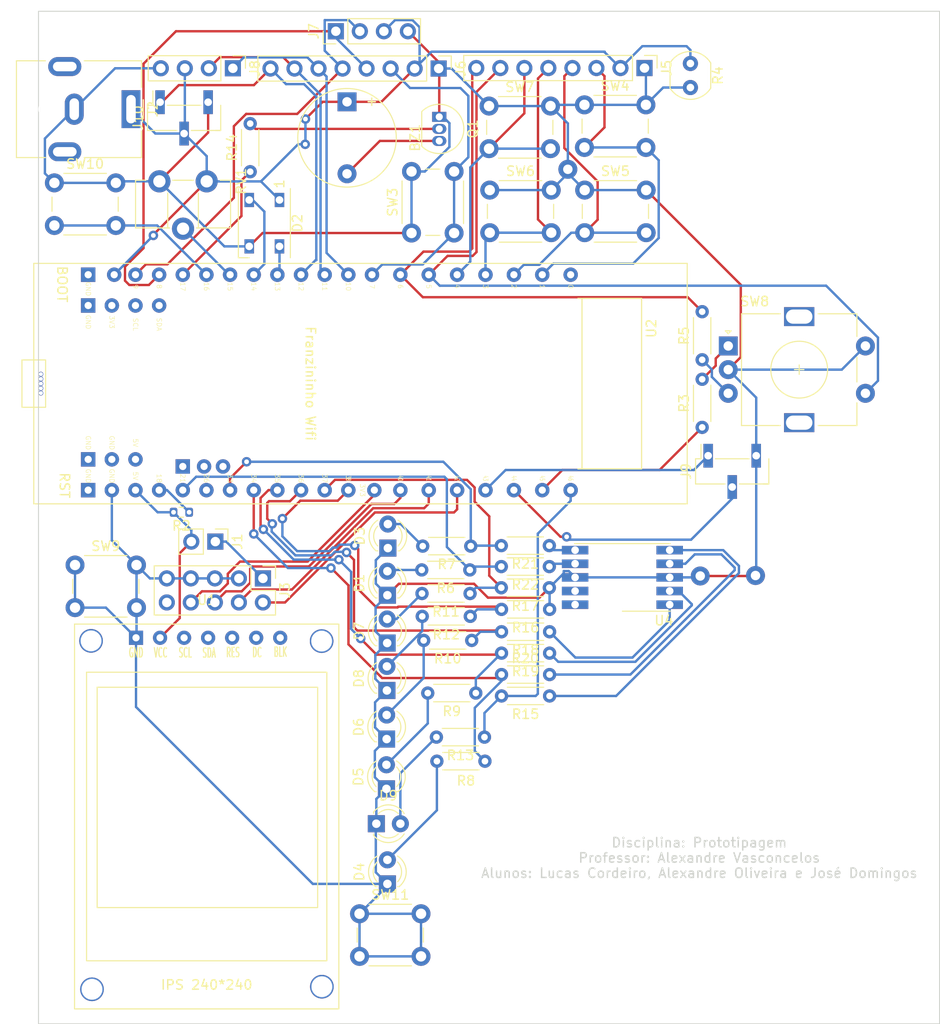
<source format=kicad_pcb>
(kicad_pcb (version 20211014) (generator pcbnew)
  (title_block (title "Kid Didático Franzininho ESP grupo 5") (company "Disciplina: Prototipagem") (comment 1 "Professor: Alexandre Vasconcelos") (comment 2 "Alunos: Lucas Cordeiro, Alexandre Oliveira e José Domingo"))
  (layers (0 "F.Cu" signal) (31 "B.Cu" signal) (34 "B.Paste" user) (35 "F.Paste" user) (36 "B.SilkS" user "B.Silkscreen") (37 "F.SilkS" user "F.Silkscreen") (38 "B.Mask" user) (39 "F.Mask" user) (44 "Edge.Cuts" user))
  (net 0 "")
  (net 1 "VCC")
  (net 2 "Net-(BZ1-Pad2)")
  (net 3 "GND")
  (net 4 "Net-(D1-Pad2)")
  (net 5 "GPIO14")
  (net 6 "GPIO13")
  (net 7 "Net-(D3-Pad2)")
  (net 8 "Net-(D4-Pad2)")
  (net 9 "Net-(D5-Pad2)")
  (net 10 "Net-(D6-Pad2)")
  (net 11 "Net-(D7-Pad2)")
  (net 12 "Net-(D8-Pad2)")
  (net 13 "Net-(D9-Pad2)")
  (net 14 "Net-(J1-Pad2)")
  (net 15 "GPIO42")
  (net 16 "GPIO41")
  (net 17 "GPIO40")
  (net 18 "GPIO39")
  (net 20 "GPIO1")
  (net 21 "GPIO2")
  (net 22 "GPIO3")
  (net 23 "GPIO4")
  (net 24 "GPIO5")
  (net 25 "GPIO6")
  (net 26 "GPIO7")
  (net 27 "GPIO8")
  (net 28 "GPIO9")
  (net 29 "GPIO10")
  (net 30 "GPIO11")
  (net 31 "GPIO12")
  (net 32 "GPIO43")
  (net 33 "GPIO44")
  (net 34 "Net-(Q1-Pad2)")
  (net 35 "GPIO18")
  (net 36 "Net-(R3-Pad2)")
  (net 37 "Net-(R5-Pad1)")
  (net 38 "GPIO21")
  (net 39 "GPIO33")
  (net 40 "GPIO34")
  (net 41 "GPIO35")
  (net 42 "GPIO36")
  (net 43 "GPIO37")
  (net 44 "GPIO38")
  (net 45 "GPIO46")
  (net 46 "GPIO17")
  (net 47 "Net-(R15-Pad1)")
  (net 48 "Net-(R18-Pad1)")
  (net 49 "Net-(R19-Pad1)")
  (net 50 "Net-(R20-Pad1)")
  (net 51 "Net-(R21-Pad1)")
  (net 52 "Net-(R22-Pad1)")
  (net 53 "GPIO15")
  (net 54 "GPIO0")
  (net 55 "GPIO16")
  (net 56 "GPIO45")
  (net 57 "Net-(R16-Pad1)")
  (net 58 "Net-(R17-Pad1)")
  (footprint "Connector_BarrelJack:BarrelJack_CUI_PJ-063AH_Horizontal" (layer "F.Cu") (at 105.2204 44.9202 -90)
    (fp_text reference "J2")
    (fp_text value "Jack-DC")
  )
  (footprint "LED_THT:LED_D3.0mm_IRBlack" (layer "F.Cu") (at 132.3222 126.7386 90)
    (fp_text reference "D4")
    (fp_text value "SFH4356P")
  )
  (footprint "Button_Switch_THT:SW_PUSH_6mm" (layer "F.Cu") (at 97.119 52.7032)
    (fp_text reference "SW10")
    (fp_text value "SW_Push")
  )
  (footprint "Resistor_THT:R_Axial_DIN0204_L3.6mm_D1.6mm_P5.08mm_Horizontal" (layer "F.Cu") (at 149.4418 95.4612 180)
    (fp_text reference "R17")
    (fp_text value "R")
  )
  (footprint "LED_THT:LED_D3.0mm_IRBlack" (layer "F.Cu") (at 132.246 111.4428 90)
    (fp_text reference "D6")
    (fp_text value "SFH4356P")
  )
  (footprint "Potentiometer_THT:Potentiometer_ACP_CA9-H5_Horizontal" (layer "F.Cu") (at 113.2214 52.5402 -90)
    (fp_text reference "RV1")
    (fp_text value "R_Potentiometer_Trim")
  )
  (footprint "Connector_PinHeader_2.54mm:PinHeader_1x04_P2.54mm_Vertical" (layer "F.Cu") (at 126.8712 36.6906 90)
    (fp_text reference "J7")
    (fp_text value "Conn_01x04")
  )
  (footprint "Resistor_THT:R_Axial_DIN0204_L3.6mm_D1.6mm_P5.08mm_Horizontal" (layer "F.Cu") (at 149.4672 97.7472 180)
    (fp_text reference "R16")
    (fp_text value "R")
  )
  (footprint "Resistor_THT:R_Axial_DIN0204_L3.6mm_D1.6mm_P5.08mm_Horizontal" (layer "F.Cu") (at 149.4672 106.8912 180)
    (fp_text reference "R15")
    (fp_text value "R")
  )
  (footprint "Resistor_THT:R_Axial_DIN0204_L3.6mm_D1.6mm_P5.08mm_Horizontal" (layer "F.Cu") (at 165.5962 71.387 90)
    (fp_text reference "R5")
    (fp_text value "5K")
  )
  (footprint "Resistor_THT:R_Axial_DIN0204_L3.6mm_D1.6mm_P5.08mm_Horizontal" (layer "F.Cu") (at 141.0852 98.4838 180)
    (fp_text reference "R12")
    (fp_text value "1K")
  )
  (footprint "Connector_PinHeader_2.54mm:PinHeader_2x05_P2.54mm_Vertical" (layer "F.Cu") (at 119.165 94.4756 -90)
    (fp_text reference "J3")
    (fp_text value "Conn_02x05_Odd_Even")
  )
  (footprint "Button_Switch_THT:SW_PUSH_6mm" (layer "F.Cu") (at 143.1438 53.4652)
    (fp_text reference "SW6")
    (fp_text value "SW_Push")
  )
  (footprint "Button_Switch_THT:SW_PUSH_6mm" (layer "F.Cu") (at 99.3034 93.0638)
    (fp_text reference "SW9")
    (fp_text value "SW_MEC_5G")
  )
  (footprint "LED_THT:LED_D3.0mm_IRBlack" (layer "F.Cu") (at 132.2714 106.312 90)
    (fp_text reference "D8")
    (fp_text value "SFH4356P")
  )
  (footprint "LED_THT:LED_D3.0mm_IRBlack" (layer "F.Cu") (at 132.2206 116.7006 90)
    (fp_text reference "D5")
    (fp_text value "SFH4356P")
  )
  (footprint "LED_THT:LED_D3.0mm_IRBlack" (layer "F.Cu") (at 132.2993 101.3032 90)
    (fp_text reference "D7")
    (fp_text value "SFH4356P")
  )
  (footprint "Resistor_THT:R_Axial_DIN0204_L3.6mm_D1.6mm_P5.08mm_Horizontal" (layer "F.Cu") (at 142.6346 113.7796 180)
    (fp_text reference "R8")
    (fp_text value "1K")
  )
  (footprint "Resistor_THT:R_Axial_DIN0204_L3.6mm_D1.6mm_P5.08mm_Horizontal" (layer "F.Cu") (at 141.0598 96.0708 180)
    (fp_text reference "R11")
    (fp_text value "1K")
  )
  (footprint "Connector_PinHeader_2.54mm:PinHeader_1x08_P2.54mm_Vertical" (layer "F.Cu") (at 159.5002 40.5768 -90)
    (fp_text reference "J5")
    (fp_text value "Conn_01x08_Male")
  )
  (footprint "Buzzer_Beeper:Buzzer_12x9.5RM7.6" (layer "F.Cu") (at 128.055 44.1428 -90)
    (fp_text reference "BZ1")
    (fp_text value "Buzzer")
  )
  (footprint "Resistor_THT:R_Axial_DIN0204_L3.6mm_D1.6mm_P5.08mm_Horizontal" (layer "F.Cu") (at 141.136 91.067 180)
    (fp_text reference "R7")
    (fp_text value "1K")
  )
  (footprint "Button_Switch_THT:SW_PUSH_6mm" (layer "F.Cu") (at 153.1768 53.4652)
    (fp_text reference "SW5")
    (fp_text value "SW_Push")
  )
  (footprint "projetoPrototipagem:Display 240x240" (layer "F.Cu") (at 113.2214 94.2216)
    (fp_text reference "U1")
    (fp_text value "Display_240x240IPS")
  )
  (footprint "LED_SMD:LED_WS2812B_PLCC4_5.0x5.0mm_P3.2mm" (layer "F.Cu") (at 119.3174 56.9598 -90)
    (fp_text reference "D2")
    (fp_text value "WS2812B")
  )
  (footprint "Connector_PinHeader_2.54mm:PinHeader_1x03_P2.54mm_Vertical_SMD_Pin1Right" (layer "F.Cu") (at 110.8338 45.8386 90)
    (fp_text reference "J10")
    (fp_text value "Conn_01x03")
  )
  (footprint "Package_TO_SOT_THT:TO-92_Inline" (layer "F.Cu") (at 137.8042 45.733 -90)
    (fp_text reference "Q1")
    (fp_text value "2N3904")
  )
  (footprint "Resistor_THT:R_Axial_DIN0204_L3.6mm_D1.6mm_P5.08mm_Horizontal" (layer "F.Cu") (at 141.0344 93.5816 180)
    (fp_text reference "R6")
    (fp_text value "1K")
  )
  (footprint "Resistor_SMD:R_0603_1608Metric" (layer "F.Cu") (at 110.5422 87.4906 180)
    (fp_text reference "R2")
    (fp_text value "10k")
  )
  (footprint "Resistor_THT:R_Axial_DIN0204_L3.6mm_D1.6mm_P5.08mm_Horizontal" (layer "F.Cu") (at 117.8188 51.5242 90)
    (fp_text reference "R14")
    (fp_text value "10K")
  )
  (footprint "Resistor_THT:R_Axial_DIN0204_L3.6mm_D1.6mm_P5.08mm_Horizontal" (layer "F.Cu") (at 149.4672 100.1094 180)
    (fp_text reference "R18")
    (fp_text value "R")
  )
  (footprint "Display_7Segment:KCSC02-106" (layer "F.Cu") (at 157.1634 94.369 180)
    (fp_text reference "U4")
    (fp_text value "KCSC02-106")
  )
  (footprint "Rotary_Encoder:RotaryEncoder_Alps_EC11E-Switch_Vertical_H20mm" (layer "F.Cu") (at 168.3538 69.9284)
    (fp_text reference "SW8")
    (fp_text value "RotaryEncoder_Switch")
  )
  (footprint "Resistor_THT:R_Axial_DIN0204_L3.6mm_D1.6mm_P5.08mm_Horizontal" (layer "F.Cu") (at 149.4418 93.226 180)
    (fp_text reference "R22")
    (fp_text value "R")
  )
  (footprint "Resistor_THT:R_Axial_DIN0204_L3.6mm_D1.6mm_P5.08mm_Horizontal" (layer "F.Cu") (at 149.4672 104.6306 180)
    (fp_text reference "R20")
    (fp_text value "R")
  )
  (footprint "Connector_PinHeader_2.54mm:PinHeader_1x03_P2.54mm_Vertical_SMD_Pin1Right" (layer "F.Cu") (at 168.7712 83.1726 90)
    (fp_text reference "J9")
    (fp_text value "Conn_01x03")
  )
  (footprint "franz:FRANZININHO" (layer "F.Cu") (at 143.6938 73.9038 -90)
    (fp_text reference "U2")
    (fp_text value "ESP32-S2-WROOM")
  )
  (footprint "Resistor_THT:R_Axial_DIN0204_L3.6mm_D1.6mm_P5.08mm_Horizontal" (layer "F.Cu") (at 142.5838 111.2396 180)
    (fp_text reference "R13")
    (fp_text value "1K")
  )
  (footprint "Resistor_THT:R_Axial_DIN0204_L3.6mm_D1.6mm_P5.08mm_Horizontal" (layer "F.Cu") (at 165.5962 78.5244 90)
    (fp_text reference "R3")
    (fp_text value "5K")
  )
  (footprint "Button_Switch_THT:SW_PUSH_6mm" (layer "F.Cu") (at 129.377 129.8938)
    (fp_text reference "SW11")
    (fp_text value "SW_MEC_5G")
  )
  (footprint "Resistor_THT:R_Axial_DIN0204_L3.6mm_D1.6mm_P5.08mm_Horizontal" (layer "F.Cu") (at 149.4418 91.0162 180)
    (fp_text reference "R21")
    (fp_text value "R")
  )
  (footprint "Resistor_THT:R_Axial_DIN0204_L3.6mm_D1.6mm_P5.08mm_Horizontal" (layer "F.Cu") (at 149.4672 102.37 180)
    (fp_text reference "R19")
    (fp_text value "R")
  )
  (footprint "Resistor_THT:R_Axial_DIN0204_L3.6mm_D1.6mm_P5.08mm_Horizontal" (layer "F.Cu") (at 141.6694 106.5864 180)
    (fp_text reference "R9")
    (fp_text value "1K")
  )
  (footprint "Connector_PinHeader_2.54mm:PinHeader_1x08_P2.54mm_Vertical" (layer "F.Cu") (at 137.7428 40.6276 -90)
    (fp_text reference "J6")
    (fp_text value "Conn_01x08_Male")
  )
  (footprint "Connector_PinHeader_2.54mm:PinHeader_1x02_P2.54mm_Vertical" (layer "F.Cu") (at 114.1358 90.5894 -90)
    (fp_text reference "J1")
    (fp_text value "Conn_01x02")
  )
  (footprint "Button_Switch_THT:SW_PUSH_6mm" (layer "F.Cu") (at 143.0664 44.59)
    (fp_text reference "SW7")
    (fp_text value "SW_Push")
  )
  (footprint "LED_THT:LED_D3.0mm_IRBlack" (layer "F.Cu") (at 132.373 91.2752 90)
    (fp_text reference "D3")
    (fp_text value "SFH4356P")
  )
  (footprint "LED_THT:LED_D3.0mm_IRBlack" (layer "F.Cu") (at 132.3222 96.2536 90)
    (fp_text reference "D1")
    (fp_text value "SFH4356P")
  )
  (footprint "Button_Switch_THT:SW_PUSH_6mm" (layer "F.Cu") (at 153.1502 44.463)
    (fp_text reference "SW4")
    (fp_text value "SW_Push")
  )
  (footprint "Connector_PinHeader_2.54mm:PinHeader_1x04_P2.54mm_Vertical" (layer "F.Cu") (at 115.99 40.6022 -90)
    (fp_text reference "J8")
    (fp_text value "Conn_01x04")
  )
  (footprint "LED_THT:LED_D3.0mm_IRBlack" (layer "F.Cu") (at 131.1538 120.3836)
    (fp_text reference "D9")
    (fp_text value "SFH4356P")
  )
  (footprint "Button_Switch_THT:SW_PUSH_6mm" (layer "F.Cu") (at 134.8728 58 90)
    (fp_text reference "SW3")
    (fp_text value "SW_Push")
  )
  (footprint "OptoDevice:R_LDR_4.9x4.2mm_P2.54mm_Vertical" (layer "F.Cu") (at 164.3516 40.0942 -90)
    (fp_text reference "R4")
    (fp_text value "VT93xx")
  )
  (footprint "Resistor_THT:R_Axial_DIN0204_L3.6mm_D1.6mm_P5.08mm_Horizontal" (layer "F.Cu") (at 141.2376 101.0238 180)
    (fp_text reference "R10")
    (fp_text value "1K")
  )
  (gr_rect (start 95.4414 34.5824) (end 190.6914 141.5164) (layer "Edge.Cuts") (width 0.1) (fill none))
  (gr_text "Disciplina: Prototipagem\nProfessor: Alexandre Vasconcelos\nAlunos: Lucas Cordeiro, Alexandre Oliveira e José Domingos" (at 165.2914 123.9904) (layer "Edge.Cuts") (effects (font (size 1 1))))
  (segment (start 110.370489 98.667511) (end 108.2914 100.7466) (width 0.25) (layer "F.Cu") (net 1))
  (segment (start 131.6876 44.1428) (end 135.2028 40.6276) (width 0.25) (layer "F.Cu") (net 1))
  (segment (start 110.370489 91.814711) (end 110.370489 98.667511) (width 0.25) (layer "F.Cu") (net 1))
  (segment (start 125.4796 44.1428) (end 123.6608 45.9616) (width 0.25) (layer "F.Cu") (net 1))
  (segment (start 107.5826 58.179) (end 113.2214 52.5402) (width 0.25) (layer "F.Cu") (net 1))
  (segment (start 107.5826 58.2552) (end 107.5826 58.179) (width 0.25) (layer "F.Cu") (net 1))
  (segment (start 135.2028 39.9422) (end 135.2028 40.6276) (width 0.25) (layer "F.Cu") (net 1))
  (segment (start 128.055 44.1428) (end 125.4796 44.1428) (width 0.25) (layer "F.Cu") (net 1))
  (segment (start 128.055 44.1428) (end 131.6876 44.1428) (width 0.25) (layer "F.Cu") (net 1))
  (segment (start 111.5958 90.5894) (end 110.370489 91.814711) (width 0.25) (layer "F.Cu") (net 1))
  (via (at 123.6608 45.9616) (size 1) (drill 0.5) (layers "F.Cu" "B.Cu") (net 1))
  (via (at 123.6354 48.6286) (size 1) (drill 0.5) (layers "F.Cu" "B.Cu") (net 1))
  (via (at 107.5826 58.2552) (size 1) (drill 0.5) (layers "F.Cu" "B.Cu") (net 1))
  (segment (start 131.9512 36.6906) (end 133.125711 35.516089) (width 0.25) (layer "B.Cu") (net 1))
  (segment (start 136.9808 38.8496) (end 155.2838 38.8496) (width 0.25) (layer "B.Cu") (net 1))
  (segment (start 135.7258 36.26419) (end 135.7258 40.1046) (width 0.25) (layer "B.Cu") (net 1))
  (segment (start 164.3516 38.6718) (end 163.9452 38.2654) (width 0.25) (layer "B.Cu") (net 1))
  (segment (start 133.125711 35.516089) (end 134.977699 35.516089) (width 0.25) (layer "B.Cu") (net 1))
  (segment (start 118.956311 52.548711) (end 113.229911 52.548711) (width 0.25) (layer "B.Cu") (net 1))
  (segment (start 107.7938 47.4936) (end 110.8338 47.4936) (width 0.25) (layer "B.Cu") (net 1))
  (segment (start 107.5826 58.265) (end 107.5826 58.2552) (width 0.25) (layer "B.Cu") (net 1))
  (segment (start 134.977699 35.516089) (end 135.7258 36.26419) (width 0.25) (layer "B.Cu") (net 1))
  (segment (start 163.9452 38.2654) (end 159.2716 38.2654) (width 0.25) (layer "B.Cu") (net 1))
  (segment (start 103.4438 62.4038) (end 107.5826 58.265) (width 0.25) (layer "B.Cu") (net 1))
  (segment (start 135.2028 40.6276) (end 136.9808 38.8496) (width 0.25) (layer "B.Cu") (net 1))
  (segment (start 108.0306 87.4906) (end 105.6938 85.1538) (width 0.25) (layer "B.Cu") (net 1))
  (segment (start 155.2838 38.9004) (end 156.9602 40.5768) (width 0.25) (layer "B.Cu") (net 1))
  (segment (start 164.3516 40.0942) (end 164.3516 38.6718) (width 0.25) (layer "B.Cu") (net 1))
  (segment (start 123.6354 48.6286) (end 122.876422 48.6286) (width 0.25) (layer "B.Cu") (net 1))
  (segment (start 111.5958 90.5894) (end 111.5958 89.3692) (width 0.25) (layer "B.Cu") (net 1))
  (segment (start 109.7172 87.4906) (end 108.0306 87.4906) (width 0.25) (layer "B.Cu") (net 1))
  (segment (start 105.2204 44.9202) (end 107.7938 47.4936) (width 0.25) (layer "B.Cu") (net 1))
  (segment (start 113.2214 52.5402) (end 113.2214 49.8812) (width 0.25) (layer "B.Cu") (net 1))
  (segment (start 110.91 47.4174) (end 110.8338 47.4936) (width 0.25) (layer "B.Cu") (net 1))
  (segment (start 159.2716 38.2654) (end 156.9602 40.5768) (width 0.25) (layer "B.Cu") (net 1))
  (segment (start 110.91 40.6022) (end 110.91 47.4174) (width 0.25) (layer "B.Cu") (net 1))
  (segment (start 122.876422 48.6286) (end 118.956311 52.548711) (width 0.25) (layer "B.Cu") (net 1))
  (segment (start 135.7258 40.1046) (end 135.2028 40.6276) (width 0.25) (layer "B.Cu") (net 1))
  (segment (start 155.2838 38.8496) (end 155.2838 38.9004) (width 0.25) (layer "B.Cu") (net 1))
  (segment (start 120.9174 54.5098) (end 118.956311 52.548711) (width 0.25) (layer "B.Cu") (net 1))
  (segment (start 113.229911 52.548711) (end 113.2214 52.5402) (width 0.25) (layer "B.Cu") (net 1))
  (segment (start 113.2214 49.8812) (end 110.8338 47.4936) (width 0.25) (layer "B.Cu") (net 1))
  (segment (start 111.5958 89.3692) (end 109.7172 87.4906) (width 0.25) (layer "B.Cu") (net 1))
  (segment (start 123.6608 48.6032) (end 123.6354 48.6286) (width 0.25) (layer "B.Cu") (net 1))
  (segment (start 123.6608 45.9616) (end 123.6608 48.6032) (width 0.25) (layer "B.Cu") (net 1))
  (segment (start 137.8042 48.273) (end 131.5248 48.273) (width 0.25) (layer "F.Cu") (net 2))
  (segment (start 131.5248 48.273) (end 128.055 51.7428) (width 0.25) (layer "F.Cu") (net 2))
  (segment (start 113.3738 47.3878) (end 113.3738 44.1836) (width 0.25) (layer "F.Cu") (net 3))
  (segment (start 137.7428 39.9422) (end 137.7428 40.6276) (width 0.25) (layer "F.Cu") (net 3))
  (segment (start 171.1842 94.2216) (end 171.235 94.1708) (width 0.25) (layer "F.Cu") (net 3))
  (segment (start 132.3222 96.2536) (end 133.529511 95.046289) (width 0.25) (layer "F.Cu") (net 3))
  (segment (start 169.678311 71.103889) (end 169.678311 63.466711) (width 0.25) (layer "F.Cu") (net 3))
  (segment (start 168.3538 72.4284) (end 169.678311 71.103889) (width 0.25) (layer "F.Cu") (net 3))
  (segment (start 137.8042 40.689) (end 137.7428 40.6276) (width 0.25) (layer "F.Cu") (net 3))
  (segment (start 119.1272 58) (end 134.8728 58) (width 0.25) (layer "F.Cu") (net 3))
  (segment (start 142.945478 96.5076) (end 148.3954 96.5076) (width 0.25) (layer "F.Cu") (net 3))
  (segment (start 134.4912 36.6906) (end 137.7428 39.9422) (width 0.25) (layer "F.Cu") (net 3))
  (segment (start 133.529511 95.046289) (end 141.484167 95.046289) (width 0.25) (layer "F.Cu") (net 3))
  (segment (start 137.8042 45.733) (end 137.8042 40.689) (width 0.25) (layer "F.Cu") (net 3))
  (segment (start 117.7174 59.4098) (end 119.1272 58) (width 0.25) (layer "F.Cu") (net 3))
  (segment (start 169.678311 63.466711) (end 159.6768 53.4652) (width 0.25) (layer "F.Cu") (net 3))
  (segment (start 141.484167 95.046289) (end 142.945478 96.5076) (width 0.25) (layer "F.Cu") (net 3))
  (segment (start 148.3954 96.5076) (end 149.4418 95.4612) (width 0.25) (layer "F.Cu") (net 3))
  (segment (start 108.2214 52.5402) (end 113.3738 47.3878) (width 0.25) (layer "F.Cu") (net 3))
  (segment (start 165.393 94.2216) (end 171.1842 94.2216) (width 0.25) (layer "F.Cu") (net 3))
  (via (at 165.393 94.2216) (size 2) (drill 1) (layers "F.Cu" "B.Cu") (net 3))
  (via (at 171.235 94.1708) (size 2) (drill 1) (layers "F.Cu" "B.Cu") (net 3))
  (via (at 151.3976 51.2702) (size 2) (drill 1) (layers "F.Cu" "B.Cu") (net 3))
  (segment (start 149.6438 53.4652) (end 151.3976 51.7114) (width 0.25) (layer "B.Cu") (net 3))
  (segment (start 105.8034 100.6946) (end 105.7514 100.7466) (width 0.25) (layer "B.Cu") (net 3))
  (segment (start 150.9658 93.703511) (end 151.497911 93.703511) (width 0.25) (layer "B.Cu") (net 3))
  (segment (start 151.3976 46.4212) (end 149.5664 44.59) (width 0.25) (layer "B.Cu") (net 3))
  (segment (start 130.996089 112.692711) (end 132.246 111.4428) (width 0.25) (layer "B.Cu") (net 3))
  (segment (start 135.877 134.3938) (end 135.877 129.8938) (width 0.25) (layer "B.Cu") (net 3))
  (segment (start 149.6934 44.463) (end 149.5664 44.59) (width 0.25) (layer "B.Cu") (net 3))
  (segment (start 131.021489 107.561911) (end 132.2714 106.312) (width 0.25) (layer "B.Cu") (net 3))
  (segment (start 132.3222 126.7386) (end 131.097689 125.514089) (width 0.25) (layer "B.Cu") (net 3))
  (segment (start 131.097689 125.514089) (end 131.097689 120.439711) (width 0.25) (layer "B.Cu") (net 3))
  (segment (start 115.091 59.4098) (end 108.2214 52.5402) (width 0.25) (layer "B.Cu") (net 3))
  (segment (start 138.87872 48.908293) (end 138.87872 46.39672) (width 0.25) (layer "B.Cu") (net 3))
  (segment (start 107.2152 94.4756) (end 105.8034 93.0638) (width 0.25) (layer "B.Cu") (net 3))
  (segment (start 131.1538 120.3836) (end 131.1538 117.7674) (width 0.25) (layer "B.Cu") (net 3))
  (segment (start 162.1634 94.369) (end 165.2456 94.369) (width 0.25) (layer "B.Cu") (net 3))
  (segment (start 132.3222 126.7386) (end 124.436704 126.7386) (width 0.25) (layer "B.Cu") (net 3))
  (segment (start 132.2993 101.3032) (end 131.074789 100.078689) (width 0.25) (layer "B.Cu") (net 3))
  (segment (start 151.3976 51.2702) (end 151.3976 46.4212) (width 0.25) (layer "B.Cu") (net 3))
  (segment (start 134.8728 51.5) (end 136.287013 51.5) (width 0.25) (layer "B.Cu") (net 3))
  (segment (start 131.097689 120.439711) (end 131.1538 120.3836) (width 0.25) (layer "B.Cu") (net 3))
  (segment (start 159.6768 53.4652) (end 153.1768 53.4652) (width 0.25) (layer "B.Cu") (net 3))
  (segment (start 131.046889 102.555611) (end 132.2993 101.3032) (width 0.25) (layer "B.Cu") (net 3))
  (segment (start 149.4672 95.4866) (end 149.4418 95.4612) (width 0.25) (layer "B.Cu") (net 3))
  (segment (start 149.4672 97.7472) (end 149.4672 95.4866) (width 0.25) (layer "B.Cu") (net 3))
  (segment (start 131.1538 117.7674) (end 132.2206 116.7006) (width 0.25) (layer "B.Cu") (net 3))
  (segment (start 117.7174 59.4098) (end 115.091 59.4098) (width 0.25) (layer "B.Cu") (net 3))
  (segment (start 149.4418 95.4612) (end 150.9658 93.9372) (width 0.25) (layer "B.Cu") (net 3))
  (segment (start 151.497911 93.703511) (end 152.1634 94.369) (width 0.25) (layer "B.Cu") (net 3))
  (segment (start 171.3112 94.0946) (end 171.3112 81.5176) (width 0.25) (layer "B.Cu") (net 3))
  (segment (start 136.287013 51.5) (end 138.87872 48.908293) (width 0.25) (layer "B.Cu") (net 3))
  (segment (start 159.6502 44.463) (end 153.1502 44.463) (width 0.25) (layer "B.Cu") (net 3))
  (segment (start 131.074789 100.078689) (end 131.074789 97.501011) (width 0.25) (layer "B.Cu") (net 3))
  (segment (start 153.1768 53.4652) (end 151.3976 51.686) (width 0.25) (layer "B.Cu") (net 3))
  (segment (start 134.8728 51.5) (end 134.8728 58) (width 0.25) (layer "B.Cu") (net 3))
  (segment (start 131.074789 97.501011) (end 132.3222 96.2536) (width 0.25) (layer "B.Cu") (net 3))
  (segment (start 97.119 52.7032) (end 96.119 51.7032) (width 0.25) (layer "B.Cu") (net 3))
  (segment (start 132.2206 116.7006) (end 130.996089 115.476089) (width 0.25) (layer "B.Cu") (net 3))
  (segment (start 96.119 48.0216) (end 99.2204 44.9202) (width 0.25) (layer "B.Cu") (net 3))
  (segment (start 152.1634 94.369) (end 162.1634 94.369) (width 0.25) (layer "B.Cu") (net 3))
  (segment (start 159.6502 40.7268) (end 159.5002 40.5768) (width 0.25) (layer "B.Cu") (net 3))
  (segment (start 138.215 45.733) (end 137.8042 45.733) (width 0.25) (layer "B.Cu") (net 3))
  (segment (start 131.021489 110.218289) (end 131.021489 107.561911) (width 0.25) (layer "B.Cu") (net 3))
  (segment (start 103.1938 85.1538) (end 103.1938 90.4542) (width 0.25) (layer "B.Cu") (net 3))
  (segment (start 102.5686 97.5638) (end 99.3034 97.5638) (width 0.25) (layer "B.Cu") (net 3))
  (segment (start 165.2456 94.369) (end 165.393 94.2216) (width 0.25) (layer "B.Cu") (net 3))
  (segment (start 139.104 40.6276) (end 143.0664 44.59) (width 0.25) (layer "B.Cu") (net 3))
  (segment (start 132.2714 106.312) (end 131.046889 105.087489) (width 0.25) (layer "B.Cu") (net 3))
  (segment (start 111.545 94.4756) (end 114.085 94.4756) (width 0.25) (layer "B.Cu") (net 3))
  (segment (start 103.5384 40.6022) (end 99.2204 44.9202) (width 0.25) (layer "B.Cu") (net 3))
  (segment (start 131.046889 105.087489) (end 131.046889 102.555611) (width 0.25) (layer "B.Cu") (net 3))
  (segment (start 124.436704 126.7386) (end 105.7514 108.053296) (width 0.25) (layer "B.Cu") (net 3))
  (segment (start 129.377 129.8938) (end 135.877 129.8938) (width 0.25) (layer "B.Cu") (net 3))
  (segment (start 171.3112 81.5176) (end 171.3112 75.3858) (width 0.25) (layer "B.Cu") (net 3))
  (segment (start 159.6502 44.463) (end 159.6502 40.7268) (width 0.25) (layer "B.Cu") (net 3))
  (segment (start 150.9658 93.9372) (end 150.9658 93.703511) (width 0.25) (layer "B.Cu") (net 3))
  (segment (start 105.7514 108.053296) (end 105.7514 100.7466) (width 0.25) (layer "B.Cu") (net 3))
  (segment (start 103.782 52.5402) (end 103.619 52.7032) (width 0.25) (layer "B.Cu") (net 3))
  (segment (start 97.119 52.7032) (end 103.619 52.7032) (width 0.25) (layer "B.Cu") (net 3))
  (segment (start 111.545 94.4756) (end 109.005 94.4756) (width 0.25) (layer "B.Cu") (net 3))
  (segment (start 103.1938 90.4542) (end 105.8034 93.0638) (width 0.25) (layer "B.Cu") (net 3))
  (segment (start 129.377 134.3938) (end 129.377 129.8938) (width 0.25) (layer "B.Cu") (net 3))
  (segment (start 143.1438 53.4652) (end 149.6438 53.4652) (width 0.25) (layer "B.Cu") (net 3))
  (segment (start 131.097689 92.550511) (end 132.373 91.2752) (width 0.25) (layer "B.Cu") (net 3))
  (segment (start 180.3538 72.4284) (end 182.8538 69.9284) (width 0.25) (layer "B.Cu") (net 3))
  (segment (start 129.377 129.8938) (end 132.3222 126.9486) (width 0.25) (layer "B.Cu") (net 3))
  (segment (start 96.119 51.7032) (end 96.119 48.0216) (width 0.25) (layer "B.Cu") (net 3))
  (segment (start 131.097689 95.029089) (end 131.097689 92.550511) (width 0.25) (layer "B.Cu") (net 3))
  (segment (start 105.8034 93.0638) (end 105.8034 97.5638) (width 0.25) (layer "B.Cu") (net 3))
  (segment (start 164.3516 42.6342) (end 161.479 42.6342) (width 0.25) (layer "B.Cu") (net 3))
  (segment (start 109.005 94.4756) (end 107.2152 94.4756) (width 0.25) (layer "B.Cu") (net 3))
  (segment (start 138.87872 46.39672) (end 138.215 45.733) (width 0.25) (layer "B.Cu") (net 3))
  (segment (start 168.3538 72.4284) (end 180.3538 72.4284) (width 0.25) (layer "B.Cu") (net 3))
  (segment (start 105.7514 100.7466) (end 102.5686 97.5638) (width 0.25) (layer "B.Cu") (net 3))
  (segment (start 108.2214 52.5402) (end 103.782 52.5402) (width 0.25) (layer "B.Cu") (net 3))
  (segment (start 130.996089 115.476089) (end 130.996089 112.692711) (width 0.25) (layer "B.Cu") (net 3))
  (segment (start 143.0664 44.59) (end 149.5664 44.59) (width 0.25) (layer "B.Cu") (net 3))
  (segment (start 132.246 111.4428) (end 131.021489 110.218289) (width 0.25) (layer "B.Cu") (net 3))
  (segment (start 151.3976 51.686) (end 151.3976 51.2702) (width 0.25) (layer "B.Cu") (net 3))
  (segment (start 161.479 42.6342) (end 159.6502 44.463) (width 0.25) (layer "B.Cu") (net 3))
  (segment (start 171.3112 75.3858) (end 168.3538 72.4284) (width 0.25) (layer "B.Cu") (net 3))
  (segment (start 132.3222 96.2536) (end 131.097689 95.029089) (width 0.25) (layer "B.Cu") (net 3))
  (segment (start 108.37 40.6022) (end 103.5384 40.6022) (width 0.25) (layer "B.Cu") (net 3))
  (segment (start 116.625 94.4756) (end 114.085 94.4756) (width 0.25) (layer "B.Cu") (net 3))
  (segment (start 171.235 94.1708) (end 171.3112 94.0946) (width 0.25) (layer "B.Cu") (net 3))
  (segment (start 153.1502 44.463) (end 149.6934 44.463) (width 0.25) (layer "B.Cu") (net 3))
  (segment (start 151.3976 51.7114) (end 151.3976 51.2702) (width 0.25) (layer "B.Cu") (net 3))
  (segment (start 99.3034 93.0638) (end 99.3034 97.5638) (width 0.25) (layer "B.Cu") (net 3))
  (segment (start 132.3222 126.9486) (end 132.3222 126.7386) (width 0.25) (layer "B.Cu") (net 3))
  (segment (start 135.877 134.3938) (end 129.377 134.3938) (width 0.25) (layer "B.Cu") (net 3))
  (segment (start 105.8034 97.5638) (end 105.8034 100.6946) (width 0.25) (layer "B.Cu") (net 3))
  (segment (start 137.7428 40.6276) (end 139.104 40.6276) (width 0.25) (layer "B.Cu") (net 3))
  (segment (start 135.9544 93.5816) (end 132.4542 93.5816) (width 0.25) (layer "B.Cu") (net 4))
  (segment (start 132.4542 93.5816) (end 132.3222 93.7136) (width 0.25) (layer "B.Cu") (net 4))
  (segment (start 117.7174 54.5098) (end 118.0866 54.5098) (width 0.25) (layer "B.Cu") (net 5))
  (segment (start 118.0866 54.5098) (end 119.3174 55.7406) (width 0.25) (layer "B.Cu") (net 5))
  (segment (start 119.3174 55.7406) (end 119.3174 61.2802) (width 0.25) (layer "B.Cu") (net 5))
  (segment (start 119.3174 61.2802) (end 118.1938 62.4038) (width 0.25) (layer "B.Cu") (net 5))
  (segment (start 120.9174 62.1802) (end 120.6938 62.4038) (width 0.25) (layer "F.Cu") (net 6))
  (segment (start 120.9174 62.1802) (end 120.6938 62.4038) (width 0.25) (layer "B.Cu") (net 6))
  (segment (start 120.9174 59.4098) (end 120.9174 62.1802) (width 0.25) (layer "B.Cu") (net 6))
  (segment (start 133.7242 88.7352) (end 132.373 88.7352) (width 0.25) (layer "B.Cu") (net 7))
  (segment (start 136.056 91.067) (end 133.7242 88.7352) (width 0.25) (layer "B.Cu") (net 7))
  (segment (start 137.5546 113.7796) (end 137.5546 118.9662) (width 0.25) (layer "B.Cu") (net 8))
  (segment (start 137.5546 118.9662) (end 132.3222 124.1986) (width 0.25) (layer "B.Cu") (net 8))
  (segment (start 136.5894 109.7918) (end 132.2206 114.1606) (width 0.25) (layer "B.Cu") (net 9))
  (segment (start 136.5894 106.5864) (end 136.5894 109.7918) (width 0.25) (layer "B.Cu") (net 9))
  (segment (start 136.1576 104.9912) (end 132.246 108.9028) (width 0.25) (layer "B.Cu") (net 10))
  (segment (start 136.1576 101.0238) (end 136.1576 104.9912) (width 0.25) (layer "B.Cu") (net 10))
  (segment (start 135.9798 96.0708) (end 133.2874 98.7632) (width 0.25) (layer "B.Cu") (net 11))
  (segment (start 133.2874 98.7632) (end 132.2993 98.7632) (width 0.25) (layer "B.Cu") (net 11))
  (segment (start 136.0052 98.4838) (end 136.0052 100.0382) (width 0.25) (layer "B.Cu") (net 12))
  (segment (start 136.0052 100.0382) (end 132.2714 103.772) (width 0.25) (layer "B.Cu") (net 12))
  (segment (start 133.6938 115.0496) (end 133.6938 120.3836) (width 0.25) (layer "B.Cu") (net 13))
  (segment (start 137.5038 111.2396) (end 133.6938 115.0496) (width 0.25) (layer "B.Cu") (net 13))
  (segment (start 119.165 94.4756) (end 115.2788 90.5894) (width 0.25) (layer "B.Cu") (net 14))
  (segment (start 115.2788 90.5894) (end 114.1358 90.5894) (width 0.25) (layer "B.Cu") (net 14))
  (segment (start 119.165 97.0156) (end 121.5018 97.0156) (width 0.25) (layer "F.Cu") (net 15))
  (segment (start 139.6938 87.1802) (end 139.6938 85.1538) (width 0.25) (layer "F.Cu") (net 15))
  (segment (start 121.5018 97.0156) (end 131.006711 87.510689) (width 0.25) (layer "F.Cu") (net 15))
  (segment (start 131.006711 87.510689) (end 139.363311 87.510689) (width 0.25) (layer "F.Cu") (net 15))
  (segment (start 139.363311 87.510689) (end 139.6938 87.1802) (width 0.25) (layer "F.Cu") (net 15))
  (segment (start 130.820514 87.061169) (end 136.2084 87.061169) (width 0.25) (layer "F.Cu") (net 16))
  (segment (start 117.990489 95.650111) (end 122.231571 95.650111) (width 0.25) (layer "F.Cu") (net 16))
  (segment (start 136.2084 87.061169) (end 136.6938 86.575769) (width 0.25) (layer "F.Cu") (net 16))
  (segment (start 122.231571 95.650111) (end 130.820514 87.061169) (width 0.25) (layer "F.Cu") (net 16))
  (segment (start 116.625 97.0156) (end 117.990489 95.650111) (width 0.25) (layer "F.Cu") (net 16))
  (segment (start 136.6938 86.575769) (end 136.6938 85.1538) (width 0.25) (layer "F.Cu") (net 16))
  (segment (start 114.085 97.0156) (end 115.259511 95.841089) (width 0.25) (layer "F.Cu") (net 17))
  (segment (start 124.028382 93.217582) (end 130.634317 86.611649) (width 0.25) (layer "F.Cu") (net 17))
  (segment (start 118.073996 93.217582) (end 124.028382 93.217582) (width 0.25) (layer "F.Cu") (net 17))
  (segment (start 117.8188 94.94281) (end 117.8188 93.472778) (width 0.25) (layer "F.Cu") (net 17))
  (segment (start 130.634317 86.611649) (end 133.0588 86.611649) (width 0.25) (layer "F.Cu") (net 17))
  (segment (start 133.6938 85.976649) (end 133.6938 85.1538) (width 0.25) (layer "F.Cu") (net 17))
  (segment (start 115.259511 95.841089) (end 116.920521 95.841089) (width 0.25) (layer "F.Cu") (net 17))
  (segment (start 116.920521 95.841089) (end 117.8188 94.94281) (width 0.25) (layer "F.Cu") (net 17))
  (segment (start 117.8188 93.472778) (end 118.073996 93.217582) (width 0.25) (layer "F.Cu") (net 17))
  (segment (start 133.0588 86.611649) (end 133.6938 85.976649) (width 0.25) (layer "F.Cu") (net 17))
  (segment (start 112.719511 95.841089) (end 114.623793 95.841089) (width 0.25) (layer "F.Cu") (net 18))
  (segment (start 116.74199 92.6976) (end 123.8894 92.6976) (width 0.25) (layer "F.Cu") (net 18))
  (segment (start 111.545 97.0156) (end 112.719511 95.841089) (width 0.25) (layer "F.Cu") (net 18))
  (segment (start 130.9438 85.6432) (end 130.9438 85.1538) (width 0.25) (layer "F.Cu") (net 18))
  (segment (start 114.623793 95.841089) (end 115.450489 95.014393) (width 0.25) (layer "F.Cu") (net 18))
  (segment (start 115.450489 93.989101) (end 116.74199 92.6976) (width 0.25) (layer "F.Cu") (net 18))
  (segment (start 123.8894 92.6976) (end 130.9438 85.6432) (width 0.25) (layer "F.Cu") (net 18))
  (segment (start 115.450489 95.014393) (end 115.450489 93.989101) (width 0.25) (layer "F.Cu") (net 18))
  (segment (start 154.4202 40.5768) (end 155.2702 41.4268) (width 0.25) (layer "F.Cu") (net 20))
  (segment (start 155.2702 46.843) (end 153.1502 48.963) (width 0.25) (layer "F.Cu") (net 20))
  (segment (start 155.2702 41.4268) (end 155.2702 46.843) (width 0.25) (layer "F.Cu") (net 20))
  (segment (start 153.1502 48.963) (end 159.6502 48.963) (width 0.25) (layer "B.Cu") (net 20))
  (segment (start 159.6502 48.963) (end 161.001311 50.314111) (width 0.25) (layer "B.Cu") (net 20))
  (segment (start 158.3064 61.227) (end 149.8706 61.227) (width 0.25) (layer "B.Cu") (net 20))
  (segment (start 161.001311 50.314111) (end 161.001311 58.532089) (width 0.25) (layer "B.Cu") (net 20))
  (segment (start 149.8706 61.227) (end 148.6938 62.4038) (width 0.25) (layer "B.Cu") (net 20))
  (segment (start 161.001311 58.532089) (end 158.3064 61.227) (width 0.25) (layer "B.Cu") (net 20))
  (segment (start 151.8802 40.5768) (end 151.0302 41.4268) (width 0.25) (layer "F.Cu") (net 21))
  (segment (start 154.5472 56.5948) (end 153.1768 57.9652) (width 0.25) (layer "F.Cu") (net 21))
  (segment (start 151.0302 41.4268) (end 151.0302 49.029657) (width 0.25) (layer "F.Cu") (net 21))
  (segment (start 154.5472 52.546657) (end 154.5472 56.5948) (width 0.25) (layer "F.Cu") (net 21))
  (segment (start 151.0302 49.029657) (end 154.5472 52.546657) (width 0.25) (layer "F.Cu") (net 21))
  (segment (start 146.7436 61.354) (end 145.6938 62.4038) (width 0.25) (layer "B.Cu") (net 21))
  (segment (start 153.1768 57.9652) (end 151.762587 57.9652) (width 0.25) (layer "B.Cu") (net 21))
  (segment (start 159.6768 57.9652) (end 153.1768 57.9652) (width 0.25) (layer "B.Cu") (net 21))
  (segment (start 148.373787 61.354) (end 146.7436 61.354) (width 0.25) (layer "B.Cu") (net 21))
  (segment (start 151.762587 57.9652) (end 148.373787 61.354) (width 0.25) (layer "B.Cu") (net 21))
  (segment (start 149.3402 40.5768) (end 148.241889 41.675111) (width 0.25) (layer "F.Cu") (net 22))
  (segment (start 148.241889 41.675111) (end 148.241889 56.563289) (width 0.25) (layer "F.Cu") (net 22))
  (segment (start 148.241889 56.563289) (end 149.6438 57.9652) (width 0.25) (layer "F.Cu") (net 22))
  (segment (start 142.6938 62.4038) (end 142.6938 58.4152) (width 0.25) (layer "B.Cu") (net 22))
  (segment (start 142.6938 58.4152) (end 143.1438 57.9652) (width 0.25) (layer "B.Cu") (net 22))
  (segment (start 149.6438 57.9652) (end 143.1438 57.9652) (width 0.25) (layer "B.Cu") (net 22))
  (segment (start 146.8002 40.5768) (end 146.8002 45.3562) (width 0.25) (layer "F.Cu") (net 23))
  (segment (start 146.8002 45.3562) (end 143.0664 49.09) (width 0.25) (layer "F.Cu") (net 23))
  (segment (start 143.0664 49.09) (end 141.086511 51.069889) (width 0.25) (layer "B.Cu") (net 23))
  (segment (start 141.086511 51.069889) (end 141.086511 61.011089) (width 0.25) (layer "B.Cu") (net 23))
  (segment (start 141.086511 61.011089) (end 139.6938 62.4038) (width 0.25) (layer "B.Cu") (net 23))
  (segment (start 149.5664 49.09) (end 143.0664 49.09) (width 0.25) (layer "B.Cu") (net 23))
  (segment (start 141.741889 60.011511) (end 141.3392 60.4142) (width 0.25) (layer "F.Cu") (net 24))
  (segment (start 144.2602 40.5768) (end 141.741889 43.095111) (width 0.25) (layer "F.Cu") (net 24))
  (segment (start 141.3392 60.4142) (end 138.6834 60.4142) (width 0.25) (layer "F.Cu") (net 24))
  (segment (start 141.741889 43.095111) (end 141.741889 60.011511) (width 0.25) (layer "F.Cu") (net 24))
  (segment (start 138.6834 60.4142) (end 136.6938 62.4038) (width 0.25) (layer "F.Cu") (net 24))
  (segment (start 178.7026 63.5638) (end 137.8538 63.5638) (width 0.25) (layer "B.Cu") (net 24))
  (segment (start 184.178311 73.603889) (end 184.178311 69.039511) (width 0.25) (layer "B.Cu") (net 24))
  (segment (start 137.8538 63.5638) (end 136.6938 62.4038) (width 0.25) (layer "B.Cu") (net 24))
  (segment (start 184.178311 69.039511) (end 178.7026 63.5638) (width 0.25) (layer "B.Cu") (net 24))
  (segment (start 182.8538 74.9284) (end 184.178311 73.603889) (width 0.25) (layer "B.Cu") (net 24))
  (segment (start 136.06878 64.77878) (end 133.6938 62.4038) (width 0.25) (layer "F.Cu") (net 25))
  (segment (start 164.06798 64.77878) (end 136.06878 64.77878) (width 0.25) (layer "F.Cu") (net 25))
  (segment (start 165.5962 66.307) (end 164.06798 64.77878) (width 0.25) (layer "F.Cu") (net 25))
  (segment (start 141.292369 59.622831) (end 140.95052 59.96468) (width 0.25) (layer "F.Cu") (net 25))
  (segment (start 141.292369 41.004631) (end 141.292369 59.622831) (width 0.25) (layer "F.Cu") (net 25))
  (segment (start 141.7202 40.5768) (end 141.292369 41.004631) (width 0.25) (layer "F.Cu") (net 25))
  (segment (start 140.95052 59.96468) (end 136.13292 59.96468) (width 0.25) (layer "F.Cu") (net 25))
  (segment (start 136.13292 59.96468) (end 133.6938 62.4038) (width 0.25) (layer "F.Cu") (net 25))
  (segment (start 132.6628 40.6276) (end 134.7202 42.685) (width 0.25) (layer "B.Cu") (net 26))
  (segment (start 140.882 49.9908) (end 139.3728 51.5) (width 0.25) (layer "B.Cu") (net 26))
  (segment (start 140.882 43.5232) (end 140.882 49.9908) (width 0.25) (layer "B.Cu") (net 26))
  (segment (start 136.055511 61.317289) (end 131.780311 61.317289) (width 0.25) (layer "B.Cu") (net 26))
  (segment (start 139.3728 58) (end 136.055511 61.317289) (width 0.25) (layer "B.Cu") (net 26))
  (segment (start 139.3728 51.5) (end 139.3728 58) (width 0.25) (layer "B.Cu") (net 26))
  (segment (start 140.0438 42.685) (end 140.882 43.5232) (width 0.25) (layer "B.Cu") (net 26))
  (segment (start 131.780311 61.317289) (end 130.6938 62.4038) (width 0.25) (layer "B.Cu") (net 26))
  (segment (start 134.7202 42.685) (end 140.0438 42.685) (width 0.25) (layer "B.Cu") (net 26))
  (segment (start 109.973154 36.6906) (end 106.544911 40.118843) (width 0.25) (layer "F.Cu") (net 27))
  (segment (start 104.5854 63.0304) (end 105.045311 63.490311) (width 0.25) (layer "F.Cu") (net 27))
  (segment (start 106.544911 40.118843) (end 106.544911 59.597689) (width 0.25) (layer "F.Cu") (net 27))
  (segment (start 126.8712 36.6906) (end 109.973154 36.6906) (width 0.25) (layer "F.Cu") (net 27))
  (segment (start 104.5854 61.5572) (end 104.5854 63.0304) (width 0.25) (layer "F.Cu") (net 27))
  (segment (start 107.107289 63.490311) (end 108.1938 62.4038) (width 0.25) (layer "F.Cu") (net 27))
  (segment (start 106.544911 59.597689) (end 104.5854 61.5572) (width 0.25) (layer "F.Cu") (net 27))
  (segment (start 105.045311 63.490311) (end 107.107289 63.490311) (width 0.25) (layer "F.Cu") (net 27))
  (segment (start 126.8712 37.376) (end 130.1228 40.6276) (width 0.25) (layer "B.Cu") (net 27))
  (segment (start 126.8712 36.6906) (end 126.8712 37.376) (width 0.25) (layer "B.Cu") (net 27))
  (segment (start 127.5828 40.6276) (end 122.790711 45.419689) (width 0.25) (layer "F.Cu") (net 28))
  (segment (start 122.790711 45.419689) (end 117.394433 45.419689) (width 0.25) (layer "F.Cu") (net 28))
  (segment (start 106.7944 61.3032) (end 105.6938 62.4038) (width 0.25) (layer "F.Cu") (net 28))
  (segment (start 116.0916 46.722522) (end 116.0916 54.283559) (width 0.25) (layer "F.Cu") (net 28))
  (segment (start 109.071959 61.3032) (end 106.7944 61.3032) (width 0.25) (layer "F.Cu") (net 28))
  (segment (start 116.0916 54.283559) (end 109.071959 61.3032) (width 0.25) (layer "F.Cu") (net 28))
  (segment (start 117.394433 45.419689) (end 116.0916 46.722522) (width 0.25) (layer "F.Cu") (net 28))
  (segment (start 129.4112 36.6906) (end 128.236689 35.516089) (width 0.25) (layer "B.Cu") (net 28))
  (segment (start 125.696689 35.516089) (end 125.696689 38.741489) (width 0.25) (layer "B.Cu") (net 28))
  (segment (start 128.236689 35.516089) (end 125.696689 35.516089) (width 0.25) (layer "B.Cu") (net 28))
  (segment (start 125.696689 38.741489) (end 127.5828 40.6276) (width 0.25) (layer "B.Cu") (net 28))
  (segment (start 125.8928 60.1028) (end 128.1938 62.4038) (width 0.25) (layer "B.Cu") (net 29))
  (segment (start 125.0428 40.6276) (end 125.8928 41.4776) (width 0.25) (layer "B.Cu") (net 29))
  (segment (start 123.868289 39.453089) (end 125.0428 40.6276) (width 0.25) (layer "B.Cu") (net 29))
  (segment (start 115.99 40.6022) (end 117.139111 39.453089) (width 0.25) (layer "B.Cu") (net 29))
  (segment (start 117.139111 39.453089) (end 123.868289 39.453089) (width 0.25) (layer "B.Cu") (net 29))
  (segment (start 125.8928 41.4776) (end 125.8928 60.1028) (width 0.25) (layer "B.Cu") (net 29))
  (segment (start 121.302889 39.427689) (end 122.5028 40.6276) (width 0.25) (layer "F.Cu") (net 30))
  (segment (start 114.624511 39.427689) (end 121.302889 39.427689) (width 0.25) (layer "F.Cu") (net 30))
  (segment (start 113.45 40.6022) (end 114.624511 39.427689) (width 0.25) (layer "F.Cu") (net 30))
  (segment (start 125.257289 43.382089) (end 125.257289 61.967289) (width 0.25) (layer "B.Cu") (net 30))
  (segment (start 125.257289 61.967289) (end 125.6938 62.4038) (width 0.25) (layer "B.Cu") (net 30))
  (segment (start 122.5028 40.6276) (end 125.257289 43.382089) (width 0.25) (layer "B.Cu") (net 30))
  (segment (start 118.2102 42.3802) (end 119.9628 40.6276) (width 0.25) (layer "F.Cu") (net 31))
  (segment (start 110.275 42.3802) (end 118.2102 42.3802) (width 0.25) (layer "F.Cu") (net 31))
  (segment (start 108.4716 44.1836) (end 110.275 42.3802) (width 0.25) (layer "F.Cu") (net 31))
  (segment (start 108.2938 44.1836) (end 108.4716 44.1836) (width 0.25) (layer "F.Cu") (net 31))
  (segment (start 123.513241 42.273759) (end 124.807769 43.568287) (width 0.25) (layer "B.Cu") (net 31))
  (segment (start 124.807769 60.8714) (end 124.7262 60.8714) (width 0.25) (layer "B.Cu") (net 31))
  (segment (start 121.608959 42.273759) (end 123.513241 42.273759) (width 0.25) (layer "B.Cu") (net 31))
  (segment (start 124.807769 43.568287) (end 124.807769 60.8714) (width 0.25) (layer "B.Cu") (net 31))
  (segment (start 119.9628 40.6276) (end 121.608959 42.273759) (width 0.25) (layer "B.Cu") (net 31))
  (segment (start 124.7262 60.8714) (end 123.1938 62.4038) (width 0.25) (layer "B.Cu") (net 31))
  (segment (start 166.2312 81.5176) (end 164.71998 83.02882) (width 0.25) (layer "B.Cu") (net 32))
  (segment (start 144.81878 83.02882) (end 142.6938 85.1538) (width 0.25) (layer "B.Cu") (net 32))
  (segment (start 164.71998 83.02882) (end 144.81878 83.02882) (width 0.25) (layer "B.Cu") (net 32))
  (segment (start 150.6214 90.0814) (end 145.6938 85.1538) (width 0.25) (layer "F.Cu") (net 33))
  (segment (start 151.2706 90.0814) (end 150.6214 90.0814) (width 0.25) (layer "F.Cu") (net 33))
  (via (at 151.2706 90.0814) (size 1) (drill 0.5) (layers "F.Cu" "B.Cu") (net 33))
  (segment (start 168.7712 86.0428) (end 164.4278 90.3862) (width 0.25) (layer "B.Cu") (net 33))
  (segment (start 151.5754 90.3862) (end 151.2706 90.0814) (width 0.25) (layer "B.Cu") (net 33))
  (segment (start 164.4278 90.3862) (end 151.5754 90.3862) (width 0.25) (layer "B.Cu") (net 33))
  (segment (start 168.7712 84.8276) (end 168.7712 86.0428) (width 0.25) (layer "B.Cu") (net 33))
  (segment (start 137.8042 47.003) (end 118.3776 47.003) (width 0.25) (layer "F.Cu") (net 34))
  (segment (start 118.3776 47.003) (end 117.8188 46.4442) (width 0.25) (layer "F.Cu") (net 34))
  (segment (start 111.3672 87.4906) (end 109.0304 85.1538) (width 0.25) (layer "B.Cu") (net 35))
  (segment (start 109.0304 85.1538) (end 108.1938 85.1538) (width 0.25) (layer "B.Cu") (net 35))
  (segment (start 165.5962 73.4444) (end 167.029289 72.011311) (width 0.25) (layer "F.Cu") (net 36))
  (segment (start 167.029289 71.252911) (end 168.3538 69.9284) (width 0.25) (layer "F.Cu") (net 36))
  (segment (start 167.029289 72.011311) (end 167.029289 71.252911) (width 0.25) (layer "F.Cu") (net 36))
  (segment (start 166.620711 73.195311) (end 168.3538 74.9284) (width 0.25) (layer "B.Cu") (net 37))
  (segment (start 165.5962 71.387) (end 166.620711 72.411511) (width 0.25) (layer "B.Cu") (net 37))
  (segment (start 166.620711 72.411511) (end 166.620711 73.195311) (width 0.25) (layer "B.Cu") (net 37))
  (segment (start 144.3618 93.226) (end 141.39 93.226) (width 0.25) (layer "B.Cu") (net 38))
  (segment (start 138.607289 83.996689) (end 138.350911 83.740311) (width 0.25) (layer "B.Cu") (net 38))
  (segment (start 138.350911 83.740311) (end 112.107289 83.740311) (width 0.25) (layer "B.Cu") (net 38))
  (segment (start 112.107289 83.740311) (end 110.6938 85.1538) (width 0.25) (layer "B.Cu") (net 38))
  (segment (start 141.0344 93.5816) (end 138.607289 91.154489) (width 0.25) (layer "B.Cu") (net 38))
  (segment (start 138.607289 91.154489) (end 138.607289 83.996689) (width 0.25) (layer "B.Cu") (net 38))
  (segment (start 141.39 93.226) (end 141.0344 93.5816) (width 0.25) (layer "B.Cu") (net 38))
  (segment (start 117.4378 82.1566) (end 115.6938 83.9006) (width 0.25) (layer "F.Cu") (net 39))
  (segment (start 115.6938 83.9006) (end 115.6938 85.1538) (width 0.25) (layer "F.Cu") (net 39))
  (via (at 117.4378 82.1566) (size 1) (drill 0.5) (layers "F.Cu" "B.Cu") (net 39))
  (segment (start 141.1868 91.0162) (end 141.136 91.067) (width 0.25) (layer "B.Cu") (net 39))
  (segment (start 141.136 91.067) (end 141.136 85.05944) (width 0.25) (layer "B.Cu") (net 39))
  (segment (start 144.3618 91.0162) (end 141.1868 91.0162) (width 0.25) (layer "B.Cu") (net 39))
  (segment (start 141.136 85.05944) (end 138.23316 82.1566) (width 0.25) (layer "B.Cu") (net 39))
  (segment (start 138.23316 82.1566) (end 117.514 82.1566) (width 0.25) (layer "B.Cu") (net 39))
  (segment (start 144.021289 104.996511) (end 131.76419 104.996511) (width 0.25) (layer "F.Cu") (net 40))
  (segment (start 128.2074 95.2122) (end 126.3532 93.358) (width 0.25) (layer "F.Cu") (net 40))
  (segment (start 128.2074 101.439721) (end 128.2074 95.2122) (width 0.25) (layer "F.Cu") (net 40))
  (segment (start 118.1938 89.6436) (end 118.1938 85.1538) (width 0.25) (layer "F.Cu") (net 40))
  (segment (start 118.403 89.8528) (end 118.1938 89.6436) (width 0.25) (layer "F.Cu") (net 40))
  (segment (start 144.3872 104.6306) (end 144.021289 104.996511) (width 0.25) (layer "F.Cu") (net 40))
  (segment (start 131.76419 104.996511) (end 128.2074 101.439721) (width 0.25) (layer "F.Cu") (net 40))
  (via (at 126.3532 93.3834) (size 1) (drill 0.5) (layers "F.Cu" "B.Cu") (net 40))
  (via (at 118.1998 89.7766) (size 1) (drill 0.5) (layers "F.Cu" "B.Cu") (net 40))
  (segment (start 126.3532 93.3834) (end 121.8066 93.3834) (width 0.25) (layer "B.Cu") (net 40))
  (segment (start 121.8066 93.3834) (end 118.1998 89.7766) (width 0.25) (layer "B.Cu") (net 40))
  (segment (start 144.3872 105.317478) (end 144.3872 104.6306) (width 0.25) (layer "B.Cu") (net 40))
  (segment (start 141.559289 108.145389) (end 144.3872 105.317478) (width 0.25) (layer "B.Cu") (net 40))
  (segment (start 142.6346 113.7796) (end 141.559289 112.704289) (width 0.25) (layer "B.Cu") (net 40))
  (segment (start 141.559289 112.704289) (end 141.559289 108.145389) (width 0.25) (layer "B.Cu") (net 40))
  (segment (start 118.91868 85.98432) (end 119.7492 85.1538) (width 0.25) (layer "F.Cu") (net 41))
  (segment (start 119.7492 85.1538) (end 120.6938 85.1538) (width 0.25) (layer "F.Cu") (net 41))
  (segment (start 131.179511 102.527711) (end 129.5282 100.8764) (width 0.25) (layer "F.Cu") (net 41))
  (segment (start 118.91868 88.99688) (end 118.91868 85.98432) (width 0.25) (layer "F.Cu") (net 41))
  (segment (start 144.229489 102.527711) (end 131.179511 102.527711) (width 0.25) (layer "F.Cu") (net 41))
  (segment (start 144.3872 102.37) (end 144.229489 102.527711) (width 0.25) (layer "F.Cu") (net 41))
  (segment (start 119.2158 89.294) (end 118.91868 88.99688) (width 0.25) (layer "F.Cu") (net 41))
  (via (at 129.5028 100.8256) (size 1) (drill 0.5) (layers "F.Cu" "B.Cu") (net 41))
  (via (at 127.1914 92.4944) (size 1) (drill 0.5) (layers "F.Cu" "B.Cu") (net 41))
  (via (at 119.2158 89.294) (size 1) (drill 0.5) (layers "F.Cu" "B.Cu") (net 41))
  (segment (start 119.1142 89.1924) (end 119.0634 89.1416) (width 0.25) (layer "B.Cu") (net 41))
  (segment (start 122.4162 92.4944) (end 127.1914 92.4944) (width 0.25) (layer "B.Cu") (net 41))
  (segment (start 141.6694 105.0878) (end 141.6694 106.5864) (width 0.25) (layer "B.Cu") (net 41))
  (segment (start 119.2158 89.294) (end 122.4162 92.4944) (width 0.25) (layer "B.Cu") (net 41))
  (segment (start 128.4868 93.7898) (end 127.2676 92.5706) (width 0.25) (layer "B.Cu") (net 41))
  (segment (start 144.3872 102.37) (end 141.6694 105.0878) (width 0.25) (layer "B.Cu") (net 41))
  (segment (start 129.5028 100.8256) (end 128.4868 99.8096) (width 0.25) (layer "B.Cu") (net 41))
  (segment (start 128.4868 99.8096) (end 128.4868 93.7898) (width 0.25) (layer "B.Cu") (net 41))
  (segment (start 119.6222 86.5) (end 119.6222 88.1764) (width 0.25) (layer "F.Cu") (net 42))
  (segment (start 128.7916 99.6318) (end 128.7916 92.5198) (width 0.25) (layer "F.Cu") (net 42))
  (segment (start 122.0254 86.3222) (end 123.1938 85.1538) (width 0.25) (layer "F.Cu") (net 42))
  (segment (start 119.8 86.3222) (end 122.0254 86.3222) (width 0.25) (layer "F.Cu") (net 42))
  (segment (start 128.7916 92.5198) (end 128.0042 91.7324) (width 0.25) (layer "F.Cu") (net 42))
  (segment (start 119.8 86.3222) (end 119.6222 86.5) (width 0.25) (layer "F.Cu") (net 42))
  (segment (start 144.265511 99.987711) (end 129.147511 99.987711) (width 0.25) (layer "F.Cu") (net 42))
  (segment (start 119.6222 88.1764) (end 120.1556 88.7098) (width 0.25) (layer "F.Cu") (net 42))
  (segment (start 144.3872 100.1094) (end 144.265511 99.987711) (width 0.25) (layer "F.Cu") (net 42))
  (segment (start 129.147511 99.987711) (end 128.7916 99.6318) (width 0.25) (layer "F.Cu") (net 42))
  (via (at 128.0042 91.7324) (size 1) (drill 0.5) (layers "F.Cu" "B.Cu") (net 42))
  (via (at 120.1556 88.7098) (size 1) (drill 0.5) (layers "F.Cu" "B.Cu") (net 42))
  (segment (start 142.152 100.1094) (end 141.2376 101.0238) (width 0.25) (layer "B.Cu") (net 42))
  (segment (start 120.092459 88.772941) (end 120.1556 88.7098) (width 0.25) (layer "B.Cu") (net 42))
  (segment (start 126.753591 91.669889) (end 126.3786 92.04488) (width 0.25) (layer "B.Cu") (net 42))
  (segment (start 122.602398 92.04488) (end 120.092459 89.534941) (width 0.25) (layer "B.Cu") (net 42))
  (segment (start 127.941689 91.669889) (end 126.753591 91.669889) (width 0.25) (layer "B.Cu") (net 42))
  (segment (start 120.092459 89.534941) (end 120.092459 88.772941) (width 0.25) (layer "B.Cu") (net 42))
  (segment (start 144.3872 100.1094) (end 142.152 100.1094) (width 0.25) (layer "B.Cu") (net 42))
  (segment (start 128.0042 91.7324) (end 127.941689 91.669889) (width 0.25) (layer "B.Cu") (net 42))
  (segment (start 126.3786 92.04488) (end 122.602398 92.04488) (width 0.25) (layer "B.Cu") (net 42))
  (segment (start 125.6938 85.1538) (end 126.780311 84.067289) (width 0.25) (layer "F.Cu") (net 43))
  (segment (start 140.735289 84.067289) (end 141.5424 84.8744) (width 0.25) (layer "F.Cu") (net 43))
  (segment (start 143.0918 87.9224) (end 143.0918 94.1912) (width 0.25) (layer "F.Cu") (net 43))
  (segment (start 126.780311 84.067289) (end 140.735289 84.067289) (width 0.25) (layer "F.Cu") (net 43))
  (segment (start 143.0918 94.1912) (end 144.3618 95.4612) (width 0.25) (layer "F.Cu") (net 43))
  (segment (start 141.5424 84.8744) (end 141.5424 86.373) (width 0.25) (layer "F.Cu") (net 43))
  (segment (start 141.5424 86.373) (end 143.0918 87.9224) (width 0.25) (layer "F.Cu") (net 43))
  (segment (start 141.6694 95.4612) (end 141.0598 96.0708) (width 0.25) (layer "B.Cu") (net 43))
  (segment (start 144.3618 95.4612) (end 141.6694 95.4612) (width 0.25) (layer "B.Cu") (net 43))
  (segment (start 129.24112 95.621542) (end 129.24112 91.36912) (width 0.25) (layer "F.Cu") (net 44))
  (segment (start 144.3872 97.7472) (end 144.099289 97.459289) (width 0.25) (layer "F.Cu") (net 44))
  (segment (start 128.2954 85.0522) (end 128.1938 85.1538) (width 0.25) (layer "F.Cu") (net 44))
  (segment (start 127.0762 86.2714) (end 128.1938 85.1538) (width 0.25) (layer "F.Cu") (net 44))
  (segment (start 144.099289 97.459289) (end 133.478711 97.459289) (width 0.25) (layer "F.Cu") (net 44))
  (segment (start 131.158267 97.538689) (end 129.24112 95.621542) (width 0.25) (layer "F.Cu") (net 44))
  (segment (start 123.113985 86.2714) (end 127.0762 86.2714) (width 0.25) (layer "F.Cu") (net 44))
  (segment (start 133.399311 97.538689) (end 131.158267 97.538689) (width 0.25) (layer "F.Cu") (net 44))
  (segment (start 133.478711 97.459289) (end 133.399311 97.538689) (width 0.25) (layer "F.Cu") (net 44))
  (segment (start 121.222938 88.162447) (end 123.113985 86.2714) (width 0.25) (layer "F.Cu") (net 44))
  (segment (start 129.24112 91.36912) (end 128.8678 90.9958) (width 0.25) (layer "F.Cu") (net 44))
  (via (at 128.8678 90.9958) (size 1) (drill 0.5) (layers "F.Cu" "B.Cu") (net 44))
  (via (at 121.222938 88.162447) (size 1) (drill 0.5) (layers "F.Cu" "B.Cu") (net 44))
  (segment (start 141.8218 97.7472) (end 141.0852 98.4838) (width 0.25) (layer "B.Cu") (net 44))
  (segment (start 122.788596 91.59536) (end 126.1754 91.59536) (width 0.25) (layer "B.Cu") (net 44))
  (segment (start 121.222938 88.162447) (end 121.222938 90.029702) (width 0.25) (layer "B.Cu") (net 44))
  (segment (start 126.1754 91.59536) (end 126.550391 91.220369) (width 0.25) (layer "B.Cu") (net 44))
  (segment (start 121.222938 90.029702) (end 122.788596 91.59536) (width 0.25) (layer "B.Cu") (net 44))
  (segment (start 126.939789 91.220369) (end 127.252269 90.907889) (width 0.25) (layer "B.Cu") (net 44))
  (segment (start 128.779889 90.907889) (end 128.8678 90.9958) (width 0.25) (layer "B.Cu") (net 44))
  (segment (start 144.3872 97.7472) (end 141.8218 97.7472) (width 0.25) (layer "B.Cu") (net 44))
  (segment (start 127.252269 90.907889) (end 128.779889 90.907889) (width 0.25) (layer "B.Cu") (net 44))
  (segment (start 126.550391 91.220369) (end 126.939789 91.220369) (width 0.25) (layer "B.Cu") (net 44))
  (segment (start 148.2226 89.7512) (end 151.6938 86.28) (width 0.25) (layer "B.Cu") (net 45))
  (segment (start 142.5838 108.6946) (end 144.3872 106.8912) (width 0.25) (layer "B.Cu") (net 45))
  (segment (start 148.2226 106.6676) (end 148.2226 89.7512) (width 0.25) (layer "B.Cu") (net 45))
  (segment (start 142.5838 111.2396) (end 142.5838 108.6946) (width 0.25) (layer "B.Cu") (net 45))
  (segment (start 144.3872 106.8912) (end 147.999 106.8912) (width 0.25) (layer "B.Cu") (net 45))
  (segment (start 151.6938 86.28) (end 151.6938 85.1538) (width 0.25) (layer "B.Cu") (net 45))
  (segment (start 147.999 106.8912) (end 148.2226 106.6676) (width 0.25) (layer "B.Cu") (net 45))
  (segment (start 116.892889 56.204711) (end 110.6938 62.4038) (width 0.25) (layer "F.Cu") (net 46))
  (segment (start 116.892889 52.450111) (end 116.892889 56.204711) (width 0.25) (layer "F.Cu") (net 46))
  (segment (start 117.8188 51.5242) (end 116.892889 52.450111) (width 0.25) (layer "F.Cu") (net 46))
  (segment (start 169.4824 93.1498) (end 169.4824 93.9118) (width 0.25) (layer "B.Cu") (net 47))
  (segment (start 167.8216 91.489) (end 169.4824 93.1498) (width 0.25) (layer "B.Cu") (net 47))
  (segment (start 162.1634 91.489) (end 167.8216 91.489) (width 0.25) (layer "B.Cu") (net 47))
  (segment (start 156.503 106.8912) (end 149.4672 106.8912) (width 0.25) (layer "B.Cu") (net 47))
  (segment (start 169.4824 93.9118) (end 156.503 106.8912) (width 0.25) (layer "B.Cu") (net 47))
  (segment (start 152.19268 102.83488) (end 149.4672 100.1094) (width 0.25) (layer "B.Cu") (net 48))
  (segment (start 162.1634 98.90168) (end 158.2302 102.83488) (width 0.25) (layer "B.Cu") (net 48))
  (segment (start 162.1634 97.249) (end 162.1634 98.90168) (width 0.25) (layer "B.Cu") (net 48))
  (segment (start 158.2302 102.83488) (end 152.19268 102.83488) (width 0.25) (layer "B.Cu") (net 48))
  (segment (start 162.1634 95.809) (end 163.1134 95.809) (width 0.25) (layer "B.Cu") (net 49))
  (segment (start 164.4928 97.1884) (end 164.4928 97.3266) (width 0.25) (layer "B.Cu") (net 49))
  (segment (start 150.3816 103.2844) (end 149.4672 102.37) (width 0.25) (layer "B.Cu") (net 49))
  (segment (start 163.1134 95.809) (end 164.4928 97.1884) (width 0.25) (layer "B.Cu") (net 49))
  (segment (start 158.535 103.2844) (end 150.3816 103.2844) (width 0.25) (layer "B.Cu") (net 49))
  (segment (start 164.4928 97.3266) (end 158.535 103.2844) (width 0.25) (layer "B.Cu") (net 49))
  (segment (start 169.03288 93.607) (end 158.00928 104.6306) (width 0.25) (layer "B.Cu") (net 50))
  (segment (start 164.8088 91.93852) (end 167.6282 91.93852) (width 0.25) (layer "B.Cu") (net 50))
  (segment (start 163.81832 92.929) (end 164.8088 91.93852) (width 0.25) (layer "B.Cu") (net 50))
  (segment (start 162.1634 92.929) (end 163.81832 92.929) (width 0.25) (layer "B.Cu") (net 50))
  (segment (start 158.00928 104.6306) (end 149.4672 104.6306) (width 0.25) (layer "B.Cu") (net 50))
  (segment (start 169.03288 93.3432) (end 169.03288 93.607) (width 0.25) (layer "B.Cu") (net 50))
  (segment (start 167.6282 91.93852) (end 169.03288 93.3432) (width 0.25) (layer "B.Cu") (net 50))
  (segment (start 152.1634 91.489) (end 149.9146 91.489) (width 0.25) (layer "B.Cu") (net 51))
  (segment (start 149.9146 91.489) (end 149.4418 91.0162) (width 0.25) (layer "B.Cu") (net 51))
  (segment (start 152.1634 92.929) (end 149.7388 92.929) (width 0.25) (layer "B.Cu") (net 52))
  (segment (start 149.7388 92.929) (end 149.4418 93.226) (width 0.25) (layer "B.Cu") (net 52))
  (segment (start 110.7214 57.5402) (end 115.585 62.4038) (width 0.25) (layer "B.Cu") (net 53))
  (segment (start 115.585 62.4038) (end 115.6938 62.4038) (width 0.25) (layer "B.Cu") (net 53))
  (segment (start 103.619 57.2032) (end 107.9932 57.2032) (width 0.25) (layer "B.Cu") (net 55))
  (segment (start 97.119 57.2032) (end 103.619 57.2032) (width 0.25) (layer "B.Cu") (net 55))
  (segment (start 107.9932 57.2032) (end 113.1938 62.4038) (width 0.25) (layer "B.Cu") (net 55))
  (segment (start 165.5962 78.5244) (end 161.09178 83.02882) (width 0.25) (layer "F.Cu") (net 56))
  (segment (start 150.81878 83.02882) (end 148.6938 85.1538) (width 0.25) (layer "F.Cu") (net 56))
  (segment (start 161.09178 83.02882) (end 150.81878 83.02882) (width 0.25) (layer "F.Cu") (net 56))
)
</source>
